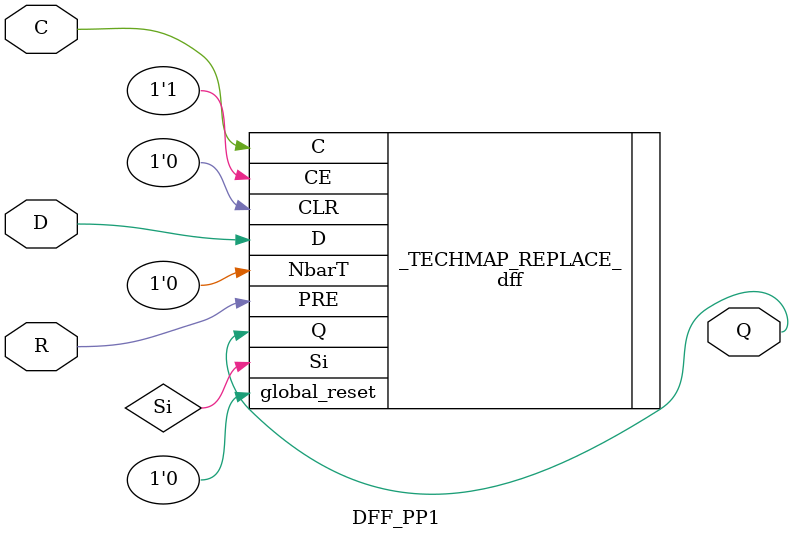
<source format=v>
module DFF (C, D, Q);
  
  input C, D;
  output Q;
  wire CE, NbarT, Si, global_reset;
  dff #(.tphl (0),.tplh (0)) _TECHMAP_REPLACE_ (
    .Q(Q), 
    .D(D), 
    .C(C), 
    .CLR(1'b0), 
    .PRE(1'b0), 
    .CE(1'b1), 
    .NbarT(1'b0), 
    .Si(Si), 
    .global_reset(1'b0)
  ); 
endmodule


module DFF_PP0 (D, C, R, Q);
input D, C, R;
output  Q;
wire CE, NbarT, Si, global_reset;
  dff #(.tphl (0),.tplh (0)) _TECHMAP_REPLACE_ (
    .Q(Q), 
    .D(D), 
    .C(C), 
    .CLR(R), 
    .PRE(1'b0), 
    .CE(1'b1), 
    .NbarT(1'b0), 
    .Si(Si), 
    .global_reset(1'b0)
  ); 
endmodule

module DFF_PP1 (D, C, R, Q);
input D, C, R;
output  Q;
wire CE, NbarT, Si, global_reset;
  dff #(.tphl (0),.tplh (0)) _TECHMAP_REPLACE_ (
    .Q(Q), 
    .D(D), 
    .C(C), 
    .CLR(1'b0), 
    .PRE(R), 
    .CE(1'b1), 
    .NbarT(1'b0), 
    .Si(Si), 
    .global_reset(1'b0)
  ); 
endmodule

</source>
